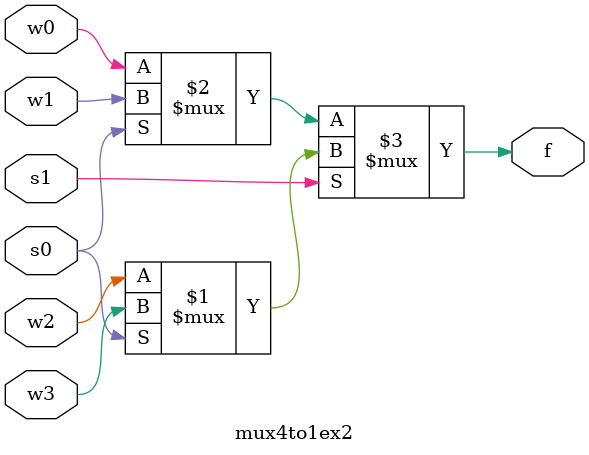
<source format=v>
module mux4to1ex2(w0,w1,w2,w3,s0,s1,f);
input w0,w1,w2,w3,s0,s1;
output f;
assign f = s1?(s0?w3:w2):(s0?w1:w0);
endmodule

</source>
